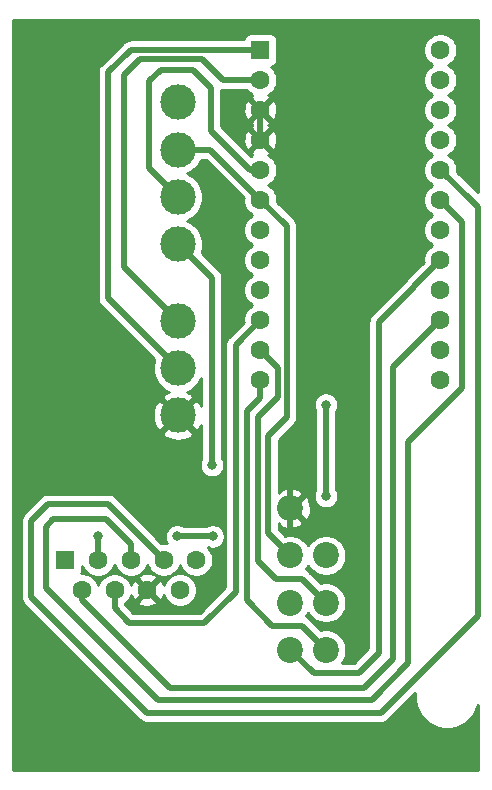
<source format=gbr>
%TF.GenerationSoftware,KiCad,Pcbnew,(5.1.10-1-10_14)*%
%TF.CreationDate,2021-12-03T14:09:27-05:00*%
%TF.ProjectId,Triple Controller V2,54726970-6c65-4204-936f-6e74726f6c6c,rev?*%
%TF.SameCoordinates,Original*%
%TF.FileFunction,Copper,L2,Bot*%
%TF.FilePolarity,Positive*%
%FSLAX46Y46*%
G04 Gerber Fmt 4.6, Leading zero omitted, Abs format (unit mm)*
G04 Created by KiCad (PCBNEW (5.1.10-1-10_14)) date 2021-12-03 14:09:27*
%MOMM*%
%LPD*%
G01*
G04 APERTURE LIST*
%TA.AperFunction,ComponentPad*%
%ADD10C,3.000000*%
%TD*%
%TA.AperFunction,ComponentPad*%
%ADD11C,1.600000*%
%TD*%
%TA.AperFunction,ComponentPad*%
%ADD12R,1.600000X1.600000*%
%TD*%
%TA.AperFunction,ComponentPad*%
%ADD13C,2.200000*%
%TD*%
%TA.AperFunction,ViaPad*%
%ADD14C,0.800000*%
%TD*%
%TA.AperFunction,Conductor*%
%ADD15C,0.500000*%
%TD*%
%TA.AperFunction,Conductor*%
%ADD16C,0.254000*%
%TD*%
%TA.AperFunction,Conductor*%
%ADD17C,0.100000*%
%TD*%
G04 APERTURE END LIST*
D10*
%TO.P,J2,7*%
%TO.N,Net-(J1-Pad1)*%
X142875000Y-60790000D03*
%TO.P,J2,6*%
%TO.N,Net-(J2-Pad6)*%
X142875000Y-56790000D03*
%TO.P,J2,5*%
%TO.N,Net-(J2-Pad5)*%
X142875000Y-52790000D03*
%TO.P,J2,4*%
%TO.N,Net-(J2-Pad4)*%
X142875000Y-46290000D03*
%TO.P,J2,3*%
%TO.N,Net-(J1-Pad3)*%
X142875000Y-42290000D03*
%TO.P,J2,2*%
%TO.N,Net-(J1-Pad2)*%
X142875000Y-38290000D03*
%TO.P,J2,1*%
%TO.N,Net-(J1-Pad7)*%
X142875000Y-34290000D03*
%TD*%
D11*
%TO.P,U1,24*%
%TO.N,Net-(U1-Pad24)*%
X165100000Y-29845000D03*
%TO.P,U1,23*%
%TO.N,Net-(U1-Pad23)*%
X165100000Y-32385000D03*
%TO.P,U1,22*%
%TO.N,Net-(U1-Pad22)*%
X165100000Y-34925000D03*
%TO.P,U1,21*%
%TO.N,Net-(J1-Pad7)*%
X165100000Y-37465000D03*
%TO.P,U1,20*%
%TO.N,Net-(J3-Pad4)*%
X165100000Y-40005000D03*
%TO.P,U1,19*%
%TO.N,Net-(J3-Pad3)*%
X165100000Y-42545000D03*
%TO.P,U1,18*%
%TO.N,Net-(J2-Pad4)*%
X165100000Y-45085000D03*
%TO.P,U1,17*%
%TO.N,Net-(J1-Pad4)*%
X165100000Y-47625000D03*
%TO.P,U1,16*%
%TO.N,Net-(J3-Pad9)*%
X165100000Y-50165000D03*
%TO.P,U1,15*%
%TO.N,Net-(J3-Pad6)*%
X165100000Y-52705000D03*
%TO.P,U1,14*%
%TO.N,Net-(J3-Pad2)*%
X165100000Y-55245000D03*
%TO.P,U1,13*%
%TO.N,Net-(U1-Pad13)*%
X165100000Y-57785000D03*
%TO.P,U1,12*%
%TO.N,Net-(J1-Pad5)*%
X149860000Y-57785000D03*
%TO.P,U1,11*%
%TO.N,Net-(J1-Pad6)*%
X149860000Y-55245000D03*
%TO.P,U1,10*%
%TO.N,Net-(J3-Pad7)*%
X149860000Y-52705000D03*
%TO.P,U1,9*%
%TO.N,Net-(J3-Pad5)*%
X149860000Y-50165000D03*
%TO.P,U1,8*%
%TO.N,Net-(J3-Pad1)*%
X149860000Y-47625000D03*
%TO.P,U1,7*%
%TO.N,Net-(U1-Pad7)*%
X149860000Y-45085000D03*
%TO.P,U1,6*%
%TO.N,Net-(J1-Pad2)*%
X149860000Y-42545000D03*
%TO.P,U1,5*%
%TO.N,Net-(J1-Pad3)*%
X149860000Y-40005000D03*
%TO.P,U1,4*%
%TO.N,Net-(J1-Pad1)*%
X149860000Y-37465000D03*
%TO.P,U1,3*%
X149860000Y-34925000D03*
%TO.P,U1,2*%
%TO.N,Net-(J2-Pad5)*%
X149860000Y-32385000D03*
D12*
%TO.P,U1,1*%
%TO.N,Net-(J2-Pad6)*%
X149860000Y-29845000D03*
%TD*%
D13*
%TO.P,J1,7*%
%TO.N,Net-(J1-Pad7)*%
X155400000Y-72645000D03*
%TO.P,J1,6*%
%TO.N,Net-(J1-Pad6)*%
X155400000Y-76645000D03*
%TO.P,J1,5*%
%TO.N,Net-(J1-Pad5)*%
X155400000Y-80645000D03*
%TO.P,J1,1*%
%TO.N,Net-(J1-Pad1)*%
X152400000Y-68645000D03*
%TO.P,J1,2*%
%TO.N,Net-(J1-Pad2)*%
X152400000Y-72645000D03*
%TO.P,J1,3*%
%TO.N,Net-(J1-Pad3)*%
X152400000Y-76645000D03*
%TO.P,J1,4*%
%TO.N,Net-(J1-Pad4)*%
X152400000Y-80645000D03*
%TD*%
D11*
%TO.P,J3,9*%
%TO.N,Net-(J3-Pad9)*%
X143045000Y-75565000D03*
%TO.P,J3,8*%
%TO.N,Net-(J1-Pad1)*%
X140275000Y-75565000D03*
%TO.P,J3,7*%
%TO.N,Net-(J3-Pad7)*%
X137505000Y-75565000D03*
%TO.P,J3,6*%
%TO.N,Net-(J3-Pad6)*%
X134735000Y-75565000D03*
%TO.P,J3,5*%
%TO.N,Net-(J3-Pad5)*%
X144430000Y-73025000D03*
%TO.P,J3,4*%
%TO.N,Net-(J3-Pad4)*%
X141660000Y-73025000D03*
%TO.P,J3,3*%
%TO.N,Net-(J3-Pad3)*%
X138890000Y-73025000D03*
%TO.P,J3,2*%
%TO.N,Net-(J3-Pad2)*%
X136120000Y-73025000D03*
D12*
%TO.P,J3,1*%
%TO.N,Net-(J3-Pad1)*%
X133350000Y-73025000D03*
%TD*%
D14*
%TO.N,Net-(J2-Pad4)*%
X145745200Y-64998600D03*
%TO.N,Net-(J3-Pad9)*%
X155397200Y-59867800D03*
X155397200Y-67614800D03*
%TO.N,Net-(J3-Pad2)*%
X136120000Y-71019800D03*
X142797400Y-71019800D03*
X145820000Y-71019800D03*
%TD*%
D15*
%TO.N,Net-(J2-Pad6)*%
X142875000Y-56790000D02*
X136956800Y-50871800D01*
X136956800Y-50871800D02*
X136956800Y-31750000D01*
X149845790Y-29830790D02*
X149860000Y-29845000D01*
X138876010Y-29830790D02*
X149845790Y-29830790D01*
X136956800Y-31750000D02*
X138876010Y-29830790D01*
%TO.N,Net-(J2-Pad5)*%
X138277600Y-48192600D02*
X142875000Y-52790000D01*
X139623800Y-30632400D02*
X138277600Y-31978600D01*
X146685000Y-32385000D02*
X144932400Y-30632400D01*
X138277600Y-31978600D02*
X138277600Y-48192600D01*
X144932400Y-30632400D02*
X139623800Y-30632400D01*
X149860000Y-32385000D02*
X146685000Y-32385000D01*
%TO.N,Net-(J2-Pad4)*%
X145745200Y-49160200D02*
X142875000Y-46290000D01*
X145745200Y-64998600D02*
X145745200Y-49160200D01*
%TO.N,Net-(J1-Pad3)*%
X140411200Y-39826200D02*
X142875000Y-42290000D01*
X140411200Y-32512000D02*
X140411200Y-39826200D01*
X141401800Y-31521400D02*
X140411200Y-32512000D01*
X145669000Y-33045400D02*
X144145000Y-31521400D01*
X145669000Y-36677600D02*
X145669000Y-33045400D01*
X148996400Y-40005000D02*
X145669000Y-36677600D01*
X144145000Y-31521400D02*
X141401800Y-31521400D01*
X149860000Y-40005000D02*
X148996400Y-40005000D01*
%TO.N,Net-(J1-Pad2)*%
X145605000Y-38290000D02*
X149860000Y-42545000D01*
X142875000Y-38290000D02*
X145605000Y-38290000D01*
X149860000Y-42545000D02*
X152069800Y-44754800D01*
X152069800Y-44754800D02*
X152069800Y-60960000D01*
X152069800Y-60960000D02*
X150520400Y-62509400D01*
X150520400Y-70765400D02*
X152400000Y-72645000D01*
X150520400Y-62509400D02*
X150520400Y-70765400D01*
%TO.N,Net-(J1-Pad6)*%
X149860000Y-55245000D02*
X151358600Y-56743600D01*
X151358600Y-56743600D02*
X151358600Y-59258200D01*
X151358600Y-59258200D02*
X149682200Y-60934600D01*
X149682200Y-60934600D02*
X149682200Y-73126600D01*
X149682200Y-73126600D02*
X151155400Y-74599800D01*
X153354800Y-74599800D02*
X155400000Y-76645000D01*
X151155400Y-74599800D02*
X153354800Y-74599800D01*
%TO.N,Net-(J1-Pad5)*%
X153368000Y-78613000D02*
X155400000Y-80645000D01*
X150876000Y-78613000D02*
X153368000Y-78613000D01*
X149860000Y-57785000D02*
X149860000Y-59283600D01*
X149860000Y-59283600D02*
X148717000Y-60426600D01*
X148717000Y-76454000D02*
X150876000Y-78613000D01*
X148717000Y-60426600D02*
X148717000Y-76454000D01*
%TO.N,Net-(J1-Pad4)*%
X158165800Y-82600800D02*
X154355800Y-82600800D01*
X159893000Y-80873600D02*
X158165800Y-82600800D01*
X162899999Y-49875801D02*
X159893000Y-52882800D01*
X162899999Y-49825001D02*
X162899999Y-49875801D01*
X159893000Y-52882800D02*
X159893000Y-80873600D01*
X154355800Y-82600800D02*
X152400000Y-80645000D01*
X165100000Y-47625000D02*
X162899999Y-49825001D01*
%TO.N,Net-(J1-Pad1)*%
X149860000Y-34925000D02*
X149860000Y-37465000D01*
X152400000Y-68645000D02*
X152400000Y-65582800D01*
X152400000Y-65582800D02*
X152400000Y-70485000D01*
%TO.N,Net-(J3-Pad9)*%
X155397200Y-59867800D02*
X155397200Y-67614800D01*
X155397200Y-67614800D02*
X155397200Y-67614800D01*
%TO.N,Net-(J3-Pad7)*%
X145110200Y-78359000D02*
X138734800Y-78359000D01*
X147751800Y-75717400D02*
X145110200Y-78359000D01*
X147751800Y-54813200D02*
X147751800Y-75717400D01*
X149860000Y-52705000D02*
X147751800Y-54813200D01*
X137505000Y-77129200D02*
X138734800Y-78359000D01*
X137505000Y-75565000D02*
X137505000Y-77129200D01*
%TO.N,Net-(J3-Pad6)*%
X134735000Y-76391200D02*
X134735000Y-75565000D01*
X142214600Y-83870800D02*
X134735000Y-76391200D01*
X161086800Y-56718200D02*
X161086800Y-81407000D01*
X158623000Y-83870800D02*
X142214600Y-83870800D01*
X161086800Y-81407000D02*
X158623000Y-83870800D01*
X165100000Y-52705000D02*
X161086800Y-56718200D01*
%TO.N,Net-(J3-Pad4)*%
X136935600Y-68300600D02*
X141660000Y-73025000D01*
X131851400Y-68300600D02*
X136935600Y-68300600D01*
X130454400Y-76174600D02*
X130454400Y-69697600D01*
X140233400Y-85953600D02*
X130454400Y-76174600D01*
X160045400Y-85953600D02*
X140233400Y-85953600D01*
X167900001Y-42805001D02*
X167900001Y-42830401D01*
X168249600Y-77749400D02*
X160045400Y-85953600D01*
X167900001Y-42830401D02*
X168249600Y-43180000D01*
X168249600Y-43180000D02*
X168249600Y-77749400D01*
X130454400Y-69697600D02*
X131851400Y-68300600D01*
X165100000Y-40005000D02*
X167900001Y-42805001D01*
%TO.N,Net-(J3-Pad3)*%
X138890000Y-71681600D02*
X138890000Y-73025000D01*
X131699000Y-70231000D02*
X132334000Y-69596000D01*
X131699000Y-75412600D02*
X131699000Y-70231000D01*
X132334000Y-69596000D02*
X136804400Y-69596000D01*
X141147800Y-84861400D02*
X131699000Y-75412600D01*
X166954200Y-58496200D02*
X162382200Y-63068200D01*
X162382200Y-63068200D02*
X162382200Y-81762600D01*
X166954200Y-44399200D02*
X166954200Y-58496200D01*
X136804400Y-69596000D02*
X138890000Y-71681600D01*
X159283400Y-84861400D02*
X141147800Y-84861400D01*
X162382200Y-81762600D02*
X159283400Y-84861400D01*
X165100000Y-42545000D02*
X166954200Y-44399200D01*
%TO.N,Net-(J3-Pad2)*%
X136120000Y-73025000D02*
X136120000Y-71019800D01*
X136120000Y-71019800D02*
X136120000Y-71019800D01*
X142797400Y-71019800D02*
X145820000Y-71019800D01*
X145820000Y-71019800D02*
X145820000Y-71019800D01*
%TD*%
D16*
%TO.N,Net-(J1-Pad1)*%
X168250000Y-41903421D02*
X166528017Y-40181439D01*
X166535000Y-40146335D01*
X166535000Y-39863665D01*
X166479853Y-39586426D01*
X166371680Y-39325273D01*
X166214637Y-39090241D01*
X166014759Y-38890363D01*
X165782241Y-38735000D01*
X166014759Y-38579637D01*
X166214637Y-38379759D01*
X166371680Y-38144727D01*
X166479853Y-37883574D01*
X166535000Y-37606335D01*
X166535000Y-37323665D01*
X166479853Y-37046426D01*
X166371680Y-36785273D01*
X166214637Y-36550241D01*
X166014759Y-36350363D01*
X165782241Y-36195000D01*
X166014759Y-36039637D01*
X166214637Y-35839759D01*
X166371680Y-35604727D01*
X166479853Y-35343574D01*
X166535000Y-35066335D01*
X166535000Y-34783665D01*
X166479853Y-34506426D01*
X166371680Y-34245273D01*
X166214637Y-34010241D01*
X166014759Y-33810363D01*
X165782241Y-33655000D01*
X166014759Y-33499637D01*
X166214637Y-33299759D01*
X166371680Y-33064727D01*
X166479853Y-32803574D01*
X166535000Y-32526335D01*
X166535000Y-32243665D01*
X166479853Y-31966426D01*
X166371680Y-31705273D01*
X166214637Y-31470241D01*
X166014759Y-31270363D01*
X165782241Y-31115000D01*
X166014759Y-30959637D01*
X166214637Y-30759759D01*
X166371680Y-30524727D01*
X166479853Y-30263574D01*
X166535000Y-29986335D01*
X166535000Y-29703665D01*
X166479853Y-29426426D01*
X166371680Y-29165273D01*
X166214637Y-28930241D01*
X166014759Y-28730363D01*
X165779727Y-28573320D01*
X165518574Y-28465147D01*
X165241335Y-28410000D01*
X164958665Y-28410000D01*
X164681426Y-28465147D01*
X164420273Y-28573320D01*
X164185241Y-28730363D01*
X163985363Y-28930241D01*
X163828320Y-29165273D01*
X163720147Y-29426426D01*
X163665000Y-29703665D01*
X163665000Y-29986335D01*
X163720147Y-30263574D01*
X163828320Y-30524727D01*
X163985363Y-30759759D01*
X164185241Y-30959637D01*
X164417759Y-31115000D01*
X164185241Y-31270363D01*
X163985363Y-31470241D01*
X163828320Y-31705273D01*
X163720147Y-31966426D01*
X163665000Y-32243665D01*
X163665000Y-32526335D01*
X163720147Y-32803574D01*
X163828320Y-33064727D01*
X163985363Y-33299759D01*
X164185241Y-33499637D01*
X164417759Y-33655000D01*
X164185241Y-33810363D01*
X163985363Y-34010241D01*
X163828320Y-34245273D01*
X163720147Y-34506426D01*
X163665000Y-34783665D01*
X163665000Y-35066335D01*
X163720147Y-35343574D01*
X163828320Y-35604727D01*
X163985363Y-35839759D01*
X164185241Y-36039637D01*
X164417759Y-36195000D01*
X164185241Y-36350363D01*
X163985363Y-36550241D01*
X163828320Y-36785273D01*
X163720147Y-37046426D01*
X163665000Y-37323665D01*
X163665000Y-37606335D01*
X163720147Y-37883574D01*
X163828320Y-38144727D01*
X163985363Y-38379759D01*
X164185241Y-38579637D01*
X164417759Y-38735000D01*
X164185241Y-38890363D01*
X163985363Y-39090241D01*
X163828320Y-39325273D01*
X163720147Y-39586426D01*
X163665000Y-39863665D01*
X163665000Y-40146335D01*
X163720147Y-40423574D01*
X163828320Y-40684727D01*
X163985363Y-40919759D01*
X164185241Y-41119637D01*
X164417759Y-41275000D01*
X164185241Y-41430363D01*
X163985363Y-41630241D01*
X163828320Y-41865273D01*
X163720147Y-42126426D01*
X163665000Y-42403665D01*
X163665000Y-42686335D01*
X163720147Y-42963574D01*
X163828320Y-43224727D01*
X163985363Y-43459759D01*
X164185241Y-43659637D01*
X164417759Y-43815000D01*
X164185241Y-43970363D01*
X163985363Y-44170241D01*
X163828320Y-44405273D01*
X163720147Y-44666426D01*
X163665000Y-44943665D01*
X163665000Y-45226335D01*
X163720147Y-45503574D01*
X163828320Y-45764727D01*
X163985363Y-45999759D01*
X164185241Y-46199637D01*
X164417759Y-46355000D01*
X164185241Y-46510363D01*
X163985363Y-46710241D01*
X163828320Y-46945273D01*
X163720147Y-47206426D01*
X163665000Y-47483665D01*
X163665000Y-47766335D01*
X163671983Y-47801439D01*
X162304955Y-49168467D01*
X162271182Y-49196184D01*
X162160588Y-49330943D01*
X162123052Y-49401169D01*
X159297956Y-52226266D01*
X159264183Y-52253983D01*
X159153589Y-52388742D01*
X159071411Y-52542488D01*
X159048957Y-52616509D01*
X159022113Y-52705000D01*
X159020805Y-52709311D01*
X159008000Y-52839324D01*
X159008000Y-52839331D01*
X159003719Y-52882800D01*
X159008000Y-52926269D01*
X159008001Y-80507020D01*
X157799222Y-81715800D01*
X156771182Y-81715800D01*
X156937537Y-81466831D01*
X157068325Y-81151081D01*
X157135000Y-80815883D01*
X157135000Y-80474117D01*
X157068325Y-80138919D01*
X156937537Y-79823169D01*
X156747663Y-79539002D01*
X156505998Y-79297337D01*
X156221831Y-79107463D01*
X155906081Y-78976675D01*
X155570883Y-78910000D01*
X155229117Y-78910000D01*
X154968432Y-78961853D01*
X154024534Y-78017956D01*
X153996817Y-77984183D01*
X153862059Y-77873589D01*
X153708313Y-77791411D01*
X153707497Y-77791164D01*
X153747663Y-77750998D01*
X153900000Y-77523009D01*
X154052337Y-77750998D01*
X154294002Y-77992663D01*
X154578169Y-78182537D01*
X154893919Y-78313325D01*
X155229117Y-78380000D01*
X155570883Y-78380000D01*
X155906081Y-78313325D01*
X156221831Y-78182537D01*
X156505998Y-77992663D01*
X156747663Y-77750998D01*
X156937537Y-77466831D01*
X157068325Y-77151081D01*
X157135000Y-76815883D01*
X157135000Y-76474117D01*
X157068325Y-76138919D01*
X156937537Y-75823169D01*
X156747663Y-75539002D01*
X156505998Y-75297337D01*
X156221831Y-75107463D01*
X155906081Y-74976675D01*
X155570883Y-74910000D01*
X155229117Y-74910000D01*
X154968432Y-74961853D01*
X154011334Y-74004756D01*
X153983617Y-73970983D01*
X153848859Y-73860389D01*
X153711625Y-73787036D01*
X153747663Y-73750998D01*
X153900000Y-73523009D01*
X154052337Y-73750998D01*
X154294002Y-73992663D01*
X154578169Y-74182537D01*
X154893919Y-74313325D01*
X155229117Y-74380000D01*
X155570883Y-74380000D01*
X155906081Y-74313325D01*
X156221831Y-74182537D01*
X156505998Y-73992663D01*
X156747663Y-73750998D01*
X156937537Y-73466831D01*
X157068325Y-73151081D01*
X157135000Y-72815883D01*
X157135000Y-72474117D01*
X157068325Y-72138919D01*
X156937537Y-71823169D01*
X156747663Y-71539002D01*
X156505998Y-71297337D01*
X156221831Y-71107463D01*
X155906081Y-70976675D01*
X155570883Y-70910000D01*
X155229117Y-70910000D01*
X154893919Y-70976675D01*
X154578169Y-71107463D01*
X154294002Y-71297337D01*
X154052337Y-71539002D01*
X153900000Y-71766991D01*
X153747663Y-71539002D01*
X153505998Y-71297337D01*
X153221831Y-71107463D01*
X152906081Y-70976675D01*
X152570883Y-70910000D01*
X152229117Y-70910000D01*
X151968432Y-70961853D01*
X151405400Y-70398822D01*
X151405400Y-69934500D01*
X151480726Y-70126338D01*
X151787384Y-70277216D01*
X152117585Y-70365369D01*
X152458639Y-70387409D01*
X152797439Y-70342489D01*
X153120966Y-70232336D01*
X153319274Y-70126338D01*
X153427107Y-69851712D01*
X152400000Y-68824605D01*
X152385858Y-68838748D01*
X152206253Y-68659143D01*
X152220395Y-68645000D01*
X152579605Y-68645000D01*
X153606712Y-69672107D01*
X153881338Y-69564274D01*
X154032216Y-69257616D01*
X154120369Y-68927415D01*
X154142409Y-68586361D01*
X154097489Y-68247561D01*
X153987336Y-67924034D01*
X153881338Y-67725726D01*
X153606712Y-67617893D01*
X152579605Y-68645000D01*
X152220395Y-68645000D01*
X152206253Y-68630858D01*
X152385858Y-68451253D01*
X152400000Y-68465395D01*
X153427107Y-67438288D01*
X153319274Y-67163662D01*
X153012616Y-67012784D01*
X152682415Y-66924631D01*
X152341361Y-66902591D01*
X152002561Y-66947511D01*
X151679034Y-67057664D01*
X151480726Y-67163662D01*
X151405400Y-67355500D01*
X151405400Y-62875978D01*
X152664849Y-61616530D01*
X152698617Y-61588817D01*
X152809211Y-61454059D01*
X152891389Y-61300313D01*
X152941995Y-61133490D01*
X152954800Y-61003477D01*
X152954800Y-61003467D01*
X152959081Y-60960001D01*
X152954800Y-60916535D01*
X152954800Y-59765861D01*
X154362200Y-59765861D01*
X154362200Y-59969739D01*
X154401974Y-60169698D01*
X154479995Y-60358056D01*
X154512200Y-60406254D01*
X154512201Y-67076344D01*
X154479995Y-67124544D01*
X154401974Y-67312902D01*
X154362200Y-67512861D01*
X154362200Y-67716739D01*
X154401974Y-67916698D01*
X154479995Y-68105056D01*
X154593263Y-68274574D01*
X154737426Y-68418737D01*
X154906944Y-68532005D01*
X155095302Y-68610026D01*
X155295261Y-68649800D01*
X155499139Y-68649800D01*
X155699098Y-68610026D01*
X155887456Y-68532005D01*
X156056974Y-68418737D01*
X156201137Y-68274574D01*
X156314405Y-68105056D01*
X156392426Y-67916698D01*
X156432200Y-67716739D01*
X156432200Y-67512861D01*
X156392426Y-67312902D01*
X156314405Y-67124544D01*
X156282200Y-67076346D01*
X156282200Y-60406254D01*
X156314405Y-60358056D01*
X156392426Y-60169698D01*
X156432200Y-59969739D01*
X156432200Y-59765861D01*
X156392426Y-59565902D01*
X156314405Y-59377544D01*
X156201137Y-59208026D01*
X156056974Y-59063863D01*
X155887456Y-58950595D01*
X155699098Y-58872574D01*
X155499139Y-58832800D01*
X155295261Y-58832800D01*
X155095302Y-58872574D01*
X154906944Y-58950595D01*
X154737426Y-59063863D01*
X154593263Y-59208026D01*
X154479995Y-59377544D01*
X154401974Y-59565902D01*
X154362200Y-59765861D01*
X152954800Y-59765861D01*
X152954800Y-44798265D01*
X152959081Y-44754799D01*
X152954800Y-44711333D01*
X152954800Y-44711323D01*
X152941995Y-44581310D01*
X152891389Y-44414487D01*
X152809211Y-44260741D01*
X152780462Y-44225710D01*
X152726332Y-44159753D01*
X152726330Y-44159751D01*
X152698617Y-44125983D01*
X152664850Y-44098271D01*
X151288017Y-42721439D01*
X151295000Y-42686335D01*
X151295000Y-42403665D01*
X151239853Y-42126426D01*
X151131680Y-41865273D01*
X150974637Y-41630241D01*
X150774759Y-41430363D01*
X150542241Y-41275000D01*
X150774759Y-41119637D01*
X150974637Y-40919759D01*
X151131680Y-40684727D01*
X151239853Y-40423574D01*
X151295000Y-40146335D01*
X151295000Y-39863665D01*
X151239853Y-39586426D01*
X151131680Y-39325273D01*
X150974637Y-39090241D01*
X150774759Y-38890363D01*
X150540872Y-38734085D01*
X150601514Y-38701671D01*
X150673097Y-38457702D01*
X149860000Y-37644605D01*
X149046903Y-38457702D01*
X149118486Y-38701671D01*
X149182992Y-38732194D01*
X149180273Y-38733320D01*
X149057999Y-38815020D01*
X147778491Y-37535512D01*
X148419783Y-37535512D01*
X148461213Y-37815130D01*
X148556397Y-38081292D01*
X148623329Y-38206514D01*
X148867298Y-38278097D01*
X149680395Y-37465000D01*
X150039605Y-37465000D01*
X150852702Y-38278097D01*
X151096671Y-38206514D01*
X151217571Y-37951004D01*
X151286300Y-37676816D01*
X151300217Y-37394488D01*
X151258787Y-37114870D01*
X151163603Y-36848708D01*
X151096671Y-36723486D01*
X150852702Y-36651903D01*
X150039605Y-37465000D01*
X149680395Y-37465000D01*
X148867298Y-36651903D01*
X148623329Y-36723486D01*
X148502429Y-36978996D01*
X148433700Y-37253184D01*
X148419783Y-37535512D01*
X147778491Y-37535512D01*
X146554000Y-36311022D01*
X146554000Y-35917702D01*
X149046903Y-35917702D01*
X149118486Y-36161671D01*
X149184636Y-36192971D01*
X149118486Y-36228329D01*
X149046903Y-36472298D01*
X149860000Y-37285395D01*
X150673097Y-36472298D01*
X150601514Y-36228329D01*
X150535364Y-36197029D01*
X150601514Y-36161671D01*
X150673097Y-35917702D01*
X149860000Y-35104605D01*
X149046903Y-35917702D01*
X146554000Y-35917702D01*
X146554000Y-34995512D01*
X148419783Y-34995512D01*
X148461213Y-35275130D01*
X148556397Y-35541292D01*
X148623329Y-35666514D01*
X148867298Y-35738097D01*
X149680395Y-34925000D01*
X150039605Y-34925000D01*
X150852702Y-35738097D01*
X151096671Y-35666514D01*
X151217571Y-35411004D01*
X151286300Y-35136816D01*
X151300217Y-34854488D01*
X151258787Y-34574870D01*
X151163603Y-34308708D01*
X151096671Y-34183486D01*
X150852702Y-34111903D01*
X150039605Y-34925000D01*
X149680395Y-34925000D01*
X148867298Y-34111903D01*
X148623329Y-34183486D01*
X148502429Y-34438996D01*
X148433700Y-34713184D01*
X148419783Y-34995512D01*
X146554000Y-34995512D01*
X146554000Y-33261380D01*
X146641523Y-33270000D01*
X146641531Y-33270000D01*
X146685000Y-33274281D01*
X146728469Y-33270000D01*
X148725479Y-33270000D01*
X148745363Y-33299759D01*
X148945241Y-33499637D01*
X149179128Y-33655915D01*
X149118486Y-33688329D01*
X149046903Y-33932298D01*
X149860000Y-34745395D01*
X150673097Y-33932298D01*
X150601514Y-33688329D01*
X150537008Y-33657806D01*
X150539727Y-33656680D01*
X150774759Y-33499637D01*
X150974637Y-33299759D01*
X151131680Y-33064727D01*
X151239853Y-32803574D01*
X151295000Y-32526335D01*
X151295000Y-32243665D01*
X151239853Y-31966426D01*
X151131680Y-31705273D01*
X150974637Y-31470241D01*
X150776039Y-31271643D01*
X150784482Y-31270812D01*
X150904180Y-31234502D01*
X151014494Y-31175537D01*
X151111185Y-31096185D01*
X151190537Y-30999494D01*
X151249502Y-30889180D01*
X151285812Y-30769482D01*
X151298072Y-30645000D01*
X151298072Y-29045000D01*
X151285812Y-28920518D01*
X151249502Y-28800820D01*
X151190537Y-28690506D01*
X151111185Y-28593815D01*
X151014494Y-28514463D01*
X150904180Y-28455498D01*
X150784482Y-28419188D01*
X150660000Y-28406928D01*
X149060000Y-28406928D01*
X148935518Y-28419188D01*
X148815820Y-28455498D01*
X148705506Y-28514463D01*
X148608815Y-28593815D01*
X148529463Y-28690506D01*
X148470498Y-28800820D01*
X148434188Y-28920518D01*
X148431699Y-28945790D01*
X138919479Y-28945790D01*
X138876010Y-28941509D01*
X138832541Y-28945790D01*
X138832533Y-28945790D01*
X138702520Y-28958595D01*
X138535697Y-29009201D01*
X138468721Y-29045000D01*
X138381951Y-29091379D01*
X138280963Y-29174258D01*
X138280961Y-29174260D01*
X138247193Y-29201973D01*
X138219480Y-29235741D01*
X136361751Y-31093471D01*
X136327984Y-31121183D01*
X136300271Y-31154951D01*
X136300268Y-31154954D01*
X136217390Y-31255941D01*
X136135212Y-31409687D01*
X136084605Y-31576510D01*
X136067519Y-31750000D01*
X136071801Y-31793479D01*
X136071800Y-50828331D01*
X136067519Y-50871800D01*
X136071800Y-50915269D01*
X136071800Y-50915276D01*
X136083012Y-51029114D01*
X136084605Y-51045290D01*
X136099957Y-51095896D01*
X136135211Y-51212112D01*
X136217389Y-51365858D01*
X136327983Y-51500617D01*
X136361756Y-51528334D01*
X140874363Y-56040942D01*
X140822047Y-56167244D01*
X140740000Y-56579721D01*
X140740000Y-57000279D01*
X140822047Y-57412756D01*
X140982988Y-57801302D01*
X141216637Y-58150983D01*
X141514017Y-58448363D01*
X141863698Y-58682012D01*
X142123113Y-58789465D01*
X142014617Y-58824757D01*
X141718962Y-58982786D01*
X141562952Y-59298347D01*
X142875000Y-60610395D01*
X144187048Y-59298347D01*
X144031038Y-58982786D01*
X143656255Y-58791980D01*
X143635161Y-58786038D01*
X143886302Y-58682012D01*
X144235983Y-58448363D01*
X144533363Y-58150983D01*
X144767012Y-57801302D01*
X144860200Y-57576325D01*
X144860200Y-59990971D01*
X144840243Y-59929617D01*
X144682214Y-59633962D01*
X144366653Y-59477952D01*
X143054605Y-60790000D01*
X144366653Y-62102048D01*
X144682214Y-61946038D01*
X144860200Y-61596436D01*
X144860200Y-64460146D01*
X144827995Y-64508344D01*
X144749974Y-64696702D01*
X144710200Y-64896661D01*
X144710200Y-65100539D01*
X144749974Y-65300498D01*
X144827995Y-65488856D01*
X144941263Y-65658374D01*
X145085426Y-65802537D01*
X145254944Y-65915805D01*
X145443302Y-65993826D01*
X145643261Y-66033600D01*
X145847139Y-66033600D01*
X146047098Y-65993826D01*
X146235456Y-65915805D01*
X146404974Y-65802537D01*
X146549137Y-65658374D01*
X146662405Y-65488856D01*
X146740426Y-65300498D01*
X146780200Y-65100539D01*
X146780200Y-64896661D01*
X146740426Y-64696702D01*
X146662405Y-64508344D01*
X146630200Y-64460146D01*
X146630200Y-49203669D01*
X146634481Y-49160200D01*
X146630200Y-49116731D01*
X146630200Y-49116723D01*
X146617395Y-48986710D01*
X146566789Y-48819887D01*
X146484611Y-48666141D01*
X146374017Y-48531383D01*
X146340249Y-48503670D01*
X144875637Y-47039058D01*
X144927953Y-46912756D01*
X145010000Y-46500279D01*
X145010000Y-46079721D01*
X144927953Y-45667244D01*
X144767012Y-45278698D01*
X144533363Y-44929017D01*
X144235983Y-44631637D01*
X143886302Y-44397988D01*
X143625596Y-44290000D01*
X143886302Y-44182012D01*
X144235983Y-43948363D01*
X144533363Y-43650983D01*
X144767012Y-43301302D01*
X144927953Y-42912756D01*
X145010000Y-42500279D01*
X145010000Y-42079721D01*
X144927953Y-41667244D01*
X144767012Y-41278698D01*
X144533363Y-40929017D01*
X144235983Y-40631637D01*
X143886302Y-40397988D01*
X143625596Y-40290000D01*
X143886302Y-40182012D01*
X144235983Y-39948363D01*
X144533363Y-39650983D01*
X144767012Y-39301302D01*
X144819328Y-39175000D01*
X145238422Y-39175000D01*
X148431983Y-42368561D01*
X148425000Y-42403665D01*
X148425000Y-42686335D01*
X148480147Y-42963574D01*
X148588320Y-43224727D01*
X148745363Y-43459759D01*
X148945241Y-43659637D01*
X149177759Y-43815000D01*
X148945241Y-43970363D01*
X148745363Y-44170241D01*
X148588320Y-44405273D01*
X148480147Y-44666426D01*
X148425000Y-44943665D01*
X148425000Y-45226335D01*
X148480147Y-45503574D01*
X148588320Y-45764727D01*
X148745363Y-45999759D01*
X148945241Y-46199637D01*
X149177759Y-46355000D01*
X148945241Y-46510363D01*
X148745363Y-46710241D01*
X148588320Y-46945273D01*
X148480147Y-47206426D01*
X148425000Y-47483665D01*
X148425000Y-47766335D01*
X148480147Y-48043574D01*
X148588320Y-48304727D01*
X148745363Y-48539759D01*
X148945241Y-48739637D01*
X149177759Y-48895000D01*
X148945241Y-49050363D01*
X148745363Y-49250241D01*
X148588320Y-49485273D01*
X148480147Y-49746426D01*
X148425000Y-50023665D01*
X148425000Y-50306335D01*
X148480147Y-50583574D01*
X148588320Y-50844727D01*
X148745363Y-51079759D01*
X148945241Y-51279637D01*
X149177759Y-51435000D01*
X148945241Y-51590363D01*
X148745363Y-51790241D01*
X148588320Y-52025273D01*
X148480147Y-52286426D01*
X148425000Y-52563665D01*
X148425000Y-52846335D01*
X148431983Y-52881439D01*
X147156756Y-54156666D01*
X147122983Y-54184383D01*
X147012389Y-54319142D01*
X146930211Y-54472888D01*
X146879605Y-54639711D01*
X146866800Y-54769724D01*
X146866800Y-54769731D01*
X146862519Y-54813200D01*
X146866800Y-54856669D01*
X146866801Y-75350820D01*
X144743622Y-77474000D01*
X139101379Y-77474000D01*
X138390000Y-76762622D01*
X138390000Y-76699521D01*
X138419759Y-76679637D01*
X138541694Y-76557702D01*
X139461903Y-76557702D01*
X139533486Y-76801671D01*
X139788996Y-76922571D01*
X140063184Y-76991300D01*
X140345512Y-77005217D01*
X140625130Y-76963787D01*
X140891292Y-76868603D01*
X141016514Y-76801671D01*
X141088097Y-76557702D01*
X140275000Y-75744605D01*
X139461903Y-76557702D01*
X138541694Y-76557702D01*
X138619637Y-76479759D01*
X138776680Y-76244727D01*
X138884853Y-75983574D01*
X138890513Y-75955118D01*
X138971397Y-76181292D01*
X139038329Y-76306514D01*
X139282298Y-76378097D01*
X140095395Y-75565000D01*
X140454605Y-75565000D01*
X141267702Y-76378097D01*
X141511671Y-76306514D01*
X141632571Y-76051004D01*
X141658212Y-75948711D01*
X141665147Y-75983574D01*
X141773320Y-76244727D01*
X141930363Y-76479759D01*
X142130241Y-76679637D01*
X142365273Y-76836680D01*
X142626426Y-76944853D01*
X142903665Y-77000000D01*
X143186335Y-77000000D01*
X143463574Y-76944853D01*
X143724727Y-76836680D01*
X143959759Y-76679637D01*
X144159637Y-76479759D01*
X144316680Y-76244727D01*
X144424853Y-75983574D01*
X144480000Y-75706335D01*
X144480000Y-75423665D01*
X144424853Y-75146426D01*
X144316680Y-74885273D01*
X144159637Y-74650241D01*
X143959759Y-74450363D01*
X143724727Y-74293320D01*
X143463574Y-74185147D01*
X143186335Y-74130000D01*
X142903665Y-74130000D01*
X142626426Y-74185147D01*
X142365273Y-74293320D01*
X142130241Y-74450363D01*
X141930363Y-74650241D01*
X141773320Y-74885273D01*
X141665147Y-75146426D01*
X141659487Y-75174882D01*
X141578603Y-74948708D01*
X141511671Y-74823486D01*
X141267702Y-74751903D01*
X140454605Y-75565000D01*
X140095395Y-75565000D01*
X139282298Y-74751903D01*
X139038329Y-74823486D01*
X138917429Y-75078996D01*
X138891788Y-75181289D01*
X138884853Y-75146426D01*
X138776680Y-74885273D01*
X138619637Y-74650241D01*
X138541694Y-74572298D01*
X139461903Y-74572298D01*
X140275000Y-75385395D01*
X141088097Y-74572298D01*
X141016514Y-74328329D01*
X140761004Y-74207429D01*
X140486816Y-74138700D01*
X140204488Y-74124783D01*
X139924870Y-74166213D01*
X139658708Y-74261397D01*
X139533486Y-74328329D01*
X139461903Y-74572298D01*
X138541694Y-74572298D01*
X138419759Y-74450363D01*
X138184727Y-74293320D01*
X137923574Y-74185147D01*
X137646335Y-74130000D01*
X137363665Y-74130000D01*
X137086426Y-74185147D01*
X136825273Y-74293320D01*
X136590241Y-74450363D01*
X136390363Y-74650241D01*
X136233320Y-74885273D01*
X136125147Y-75146426D01*
X136120000Y-75172301D01*
X136114853Y-75146426D01*
X136006680Y-74885273D01*
X135849637Y-74650241D01*
X135649759Y-74450363D01*
X135414727Y-74293320D01*
X135153574Y-74185147D01*
X134876335Y-74130000D01*
X134706993Y-74130000D01*
X134739502Y-74069180D01*
X134775812Y-73949482D01*
X134788072Y-73825000D01*
X134788072Y-73559275D01*
X134848320Y-73704727D01*
X135005363Y-73939759D01*
X135205241Y-74139637D01*
X135440273Y-74296680D01*
X135701426Y-74404853D01*
X135978665Y-74460000D01*
X136261335Y-74460000D01*
X136538574Y-74404853D01*
X136799727Y-74296680D01*
X137034759Y-74139637D01*
X137234637Y-73939759D01*
X137391680Y-73704727D01*
X137499853Y-73443574D01*
X137505000Y-73417699D01*
X137510147Y-73443574D01*
X137618320Y-73704727D01*
X137775363Y-73939759D01*
X137975241Y-74139637D01*
X138210273Y-74296680D01*
X138471426Y-74404853D01*
X138748665Y-74460000D01*
X139031335Y-74460000D01*
X139308574Y-74404853D01*
X139569727Y-74296680D01*
X139804759Y-74139637D01*
X140004637Y-73939759D01*
X140161680Y-73704727D01*
X140269853Y-73443574D01*
X140275000Y-73417699D01*
X140280147Y-73443574D01*
X140388320Y-73704727D01*
X140545363Y-73939759D01*
X140745241Y-74139637D01*
X140980273Y-74296680D01*
X141241426Y-74404853D01*
X141518665Y-74460000D01*
X141801335Y-74460000D01*
X142078574Y-74404853D01*
X142339727Y-74296680D01*
X142574759Y-74139637D01*
X142774637Y-73939759D01*
X142931680Y-73704727D01*
X143039853Y-73443574D01*
X143045000Y-73417699D01*
X143050147Y-73443574D01*
X143158320Y-73704727D01*
X143315363Y-73939759D01*
X143515241Y-74139637D01*
X143750273Y-74296680D01*
X144011426Y-74404853D01*
X144288665Y-74460000D01*
X144571335Y-74460000D01*
X144848574Y-74404853D01*
X145109727Y-74296680D01*
X145344759Y-74139637D01*
X145544637Y-73939759D01*
X145701680Y-73704727D01*
X145809853Y-73443574D01*
X145865000Y-73166335D01*
X145865000Y-72883665D01*
X145809853Y-72606426D01*
X145701680Y-72345273D01*
X145544637Y-72110241D01*
X145400857Y-71966461D01*
X145518102Y-72015026D01*
X145718061Y-72054800D01*
X145921939Y-72054800D01*
X146121898Y-72015026D01*
X146310256Y-71937005D01*
X146479774Y-71823737D01*
X146623937Y-71679574D01*
X146737205Y-71510056D01*
X146815226Y-71321698D01*
X146855000Y-71121739D01*
X146855000Y-70917861D01*
X146815226Y-70717902D01*
X146737205Y-70529544D01*
X146623937Y-70360026D01*
X146479774Y-70215863D01*
X146310256Y-70102595D01*
X146121898Y-70024574D01*
X145921939Y-69984800D01*
X145718061Y-69984800D01*
X145518102Y-70024574D01*
X145329744Y-70102595D01*
X145281546Y-70134800D01*
X143335854Y-70134800D01*
X143287656Y-70102595D01*
X143099298Y-70024574D01*
X142899339Y-69984800D01*
X142695461Y-69984800D01*
X142495502Y-70024574D01*
X142307144Y-70102595D01*
X142137626Y-70215863D01*
X141993463Y-70360026D01*
X141880195Y-70529544D01*
X141802174Y-70717902D01*
X141762400Y-70917861D01*
X141762400Y-71121739D01*
X141802174Y-71321698D01*
X141880195Y-71510056D01*
X141953888Y-71620345D01*
X141801335Y-71590000D01*
X141518665Y-71590000D01*
X141483561Y-71596983D01*
X137592134Y-67705556D01*
X137564417Y-67671783D01*
X137429659Y-67561189D01*
X137275913Y-67479011D01*
X137109090Y-67428405D01*
X136979077Y-67415600D01*
X136979069Y-67415600D01*
X136935600Y-67411319D01*
X136892131Y-67415600D01*
X131894865Y-67415600D01*
X131851399Y-67411319D01*
X131807933Y-67415600D01*
X131807923Y-67415600D01*
X131677910Y-67428405D01*
X131511087Y-67479011D01*
X131357341Y-67561189D01*
X131357339Y-67561190D01*
X131357340Y-67561190D01*
X131256353Y-67644068D01*
X131256351Y-67644070D01*
X131222583Y-67671783D01*
X131194870Y-67705551D01*
X129859351Y-69041071D01*
X129825584Y-69068783D01*
X129797871Y-69102551D01*
X129797868Y-69102554D01*
X129714990Y-69203541D01*
X129632812Y-69357287D01*
X129582205Y-69524110D01*
X129565119Y-69697600D01*
X129569401Y-69741079D01*
X129569400Y-76131131D01*
X129565119Y-76174600D01*
X129569400Y-76218069D01*
X129569400Y-76218076D01*
X129582205Y-76348089D01*
X129632811Y-76514912D01*
X129714989Y-76668658D01*
X129825583Y-76803417D01*
X129859356Y-76831134D01*
X139576870Y-86548649D01*
X139604583Y-86582417D01*
X139638351Y-86610130D01*
X139638353Y-86610132D01*
X139709852Y-86668810D01*
X139739341Y-86693011D01*
X139893087Y-86775189D01*
X140059910Y-86825795D01*
X140189923Y-86838600D01*
X140189933Y-86838600D01*
X140233399Y-86842881D01*
X140276865Y-86838600D01*
X160001931Y-86838600D01*
X160045400Y-86842881D01*
X160088869Y-86838600D01*
X160088877Y-86838600D01*
X160218890Y-86825795D01*
X160385713Y-86775189D01*
X160539459Y-86693011D01*
X160674217Y-86582417D01*
X160701934Y-86548644D01*
X162988582Y-84261996D01*
X162965000Y-84380551D01*
X162965000Y-84909449D01*
X163068183Y-85428186D01*
X163270583Y-85916825D01*
X163564424Y-86356588D01*
X163938412Y-86730576D01*
X164378175Y-87024417D01*
X164866814Y-87226817D01*
X165385551Y-87330000D01*
X165914449Y-87330000D01*
X166433186Y-87226817D01*
X166921825Y-87024417D01*
X167361588Y-86730576D01*
X167735576Y-86356588D01*
X168029417Y-85916825D01*
X168231817Y-85428186D01*
X168250001Y-85336769D01*
X168250001Y-90780000D01*
X128930000Y-90780000D01*
X128930000Y-62281653D01*
X141562952Y-62281653D01*
X141718962Y-62597214D01*
X142093745Y-62788020D01*
X142498551Y-62902044D01*
X142917824Y-62934902D01*
X143335451Y-62885334D01*
X143735383Y-62755243D01*
X144031038Y-62597214D01*
X144187048Y-62281653D01*
X142875000Y-60969605D01*
X141562952Y-62281653D01*
X128930000Y-62281653D01*
X128930000Y-60832824D01*
X140730098Y-60832824D01*
X140779666Y-61250451D01*
X140909757Y-61650383D01*
X141067786Y-61946038D01*
X141383347Y-62102048D01*
X142695395Y-60790000D01*
X141383347Y-59477952D01*
X141067786Y-59633962D01*
X140876980Y-60008745D01*
X140762956Y-60413551D01*
X140730098Y-60832824D01*
X128930000Y-60832824D01*
X128930000Y-27330000D01*
X168250000Y-27330000D01*
X168250000Y-41903421D01*
%TA.AperFunction,Conductor*%
D17*
G36*
X168250000Y-41903421D02*
G01*
X166528017Y-40181439D01*
X166535000Y-40146335D01*
X166535000Y-39863665D01*
X166479853Y-39586426D01*
X166371680Y-39325273D01*
X166214637Y-39090241D01*
X166014759Y-38890363D01*
X165782241Y-38735000D01*
X166014759Y-38579637D01*
X166214637Y-38379759D01*
X166371680Y-38144727D01*
X166479853Y-37883574D01*
X166535000Y-37606335D01*
X166535000Y-37323665D01*
X166479853Y-37046426D01*
X166371680Y-36785273D01*
X166214637Y-36550241D01*
X166014759Y-36350363D01*
X165782241Y-36195000D01*
X166014759Y-36039637D01*
X166214637Y-35839759D01*
X166371680Y-35604727D01*
X166479853Y-35343574D01*
X166535000Y-35066335D01*
X166535000Y-34783665D01*
X166479853Y-34506426D01*
X166371680Y-34245273D01*
X166214637Y-34010241D01*
X166014759Y-33810363D01*
X165782241Y-33655000D01*
X166014759Y-33499637D01*
X166214637Y-33299759D01*
X166371680Y-33064727D01*
X166479853Y-32803574D01*
X166535000Y-32526335D01*
X166535000Y-32243665D01*
X166479853Y-31966426D01*
X166371680Y-31705273D01*
X166214637Y-31470241D01*
X166014759Y-31270363D01*
X165782241Y-31115000D01*
X166014759Y-30959637D01*
X166214637Y-30759759D01*
X166371680Y-30524727D01*
X166479853Y-30263574D01*
X166535000Y-29986335D01*
X166535000Y-29703665D01*
X166479853Y-29426426D01*
X166371680Y-29165273D01*
X166214637Y-28930241D01*
X166014759Y-28730363D01*
X165779727Y-28573320D01*
X165518574Y-28465147D01*
X165241335Y-28410000D01*
X164958665Y-28410000D01*
X164681426Y-28465147D01*
X164420273Y-28573320D01*
X164185241Y-28730363D01*
X163985363Y-28930241D01*
X163828320Y-29165273D01*
X163720147Y-29426426D01*
X163665000Y-29703665D01*
X163665000Y-29986335D01*
X163720147Y-30263574D01*
X163828320Y-30524727D01*
X163985363Y-30759759D01*
X164185241Y-30959637D01*
X164417759Y-31115000D01*
X164185241Y-31270363D01*
X163985363Y-31470241D01*
X163828320Y-31705273D01*
X163720147Y-31966426D01*
X163665000Y-32243665D01*
X163665000Y-32526335D01*
X163720147Y-32803574D01*
X163828320Y-33064727D01*
X163985363Y-33299759D01*
X164185241Y-33499637D01*
X164417759Y-33655000D01*
X164185241Y-33810363D01*
X163985363Y-34010241D01*
X163828320Y-34245273D01*
X163720147Y-34506426D01*
X163665000Y-34783665D01*
X163665000Y-35066335D01*
X163720147Y-35343574D01*
X163828320Y-35604727D01*
X163985363Y-35839759D01*
X164185241Y-36039637D01*
X164417759Y-36195000D01*
X164185241Y-36350363D01*
X163985363Y-36550241D01*
X163828320Y-36785273D01*
X163720147Y-37046426D01*
X163665000Y-37323665D01*
X163665000Y-37606335D01*
X163720147Y-37883574D01*
X163828320Y-38144727D01*
X163985363Y-38379759D01*
X164185241Y-38579637D01*
X164417759Y-38735000D01*
X164185241Y-38890363D01*
X163985363Y-39090241D01*
X163828320Y-39325273D01*
X163720147Y-39586426D01*
X163665000Y-39863665D01*
X163665000Y-40146335D01*
X163720147Y-40423574D01*
X163828320Y-40684727D01*
X163985363Y-40919759D01*
X164185241Y-41119637D01*
X164417759Y-41275000D01*
X164185241Y-41430363D01*
X163985363Y-41630241D01*
X163828320Y-41865273D01*
X163720147Y-42126426D01*
X163665000Y-42403665D01*
X163665000Y-42686335D01*
X163720147Y-42963574D01*
X163828320Y-43224727D01*
X163985363Y-43459759D01*
X164185241Y-43659637D01*
X164417759Y-43815000D01*
X164185241Y-43970363D01*
X163985363Y-44170241D01*
X163828320Y-44405273D01*
X163720147Y-44666426D01*
X163665000Y-44943665D01*
X163665000Y-45226335D01*
X163720147Y-45503574D01*
X163828320Y-45764727D01*
X163985363Y-45999759D01*
X164185241Y-46199637D01*
X164417759Y-46355000D01*
X164185241Y-46510363D01*
X163985363Y-46710241D01*
X163828320Y-46945273D01*
X163720147Y-47206426D01*
X163665000Y-47483665D01*
X163665000Y-47766335D01*
X163671983Y-47801439D01*
X162304955Y-49168467D01*
X162271182Y-49196184D01*
X162160588Y-49330943D01*
X162123052Y-49401169D01*
X159297956Y-52226266D01*
X159264183Y-52253983D01*
X159153589Y-52388742D01*
X159071411Y-52542488D01*
X159048957Y-52616509D01*
X159022113Y-52705000D01*
X159020805Y-52709311D01*
X159008000Y-52839324D01*
X159008000Y-52839331D01*
X159003719Y-52882800D01*
X159008000Y-52926269D01*
X159008001Y-80507020D01*
X157799222Y-81715800D01*
X156771182Y-81715800D01*
X156937537Y-81466831D01*
X157068325Y-81151081D01*
X157135000Y-80815883D01*
X157135000Y-80474117D01*
X157068325Y-80138919D01*
X156937537Y-79823169D01*
X156747663Y-79539002D01*
X156505998Y-79297337D01*
X156221831Y-79107463D01*
X155906081Y-78976675D01*
X155570883Y-78910000D01*
X155229117Y-78910000D01*
X154968432Y-78961853D01*
X154024534Y-78017956D01*
X153996817Y-77984183D01*
X153862059Y-77873589D01*
X153708313Y-77791411D01*
X153707497Y-77791164D01*
X153747663Y-77750998D01*
X153900000Y-77523009D01*
X154052337Y-77750998D01*
X154294002Y-77992663D01*
X154578169Y-78182537D01*
X154893919Y-78313325D01*
X155229117Y-78380000D01*
X155570883Y-78380000D01*
X155906081Y-78313325D01*
X156221831Y-78182537D01*
X156505998Y-77992663D01*
X156747663Y-77750998D01*
X156937537Y-77466831D01*
X157068325Y-77151081D01*
X157135000Y-76815883D01*
X157135000Y-76474117D01*
X157068325Y-76138919D01*
X156937537Y-75823169D01*
X156747663Y-75539002D01*
X156505998Y-75297337D01*
X156221831Y-75107463D01*
X155906081Y-74976675D01*
X155570883Y-74910000D01*
X155229117Y-74910000D01*
X154968432Y-74961853D01*
X154011334Y-74004756D01*
X153983617Y-73970983D01*
X153848859Y-73860389D01*
X153711625Y-73787036D01*
X153747663Y-73750998D01*
X153900000Y-73523009D01*
X154052337Y-73750998D01*
X154294002Y-73992663D01*
X154578169Y-74182537D01*
X154893919Y-74313325D01*
X155229117Y-74380000D01*
X155570883Y-74380000D01*
X155906081Y-74313325D01*
X156221831Y-74182537D01*
X156505998Y-73992663D01*
X156747663Y-73750998D01*
X156937537Y-73466831D01*
X157068325Y-73151081D01*
X157135000Y-72815883D01*
X157135000Y-72474117D01*
X157068325Y-72138919D01*
X156937537Y-71823169D01*
X156747663Y-71539002D01*
X156505998Y-71297337D01*
X156221831Y-71107463D01*
X155906081Y-70976675D01*
X155570883Y-70910000D01*
X155229117Y-70910000D01*
X154893919Y-70976675D01*
X154578169Y-71107463D01*
X154294002Y-71297337D01*
X154052337Y-71539002D01*
X153900000Y-71766991D01*
X153747663Y-71539002D01*
X153505998Y-71297337D01*
X153221831Y-71107463D01*
X152906081Y-70976675D01*
X152570883Y-70910000D01*
X152229117Y-70910000D01*
X151968432Y-70961853D01*
X151405400Y-70398822D01*
X151405400Y-69934500D01*
X151480726Y-70126338D01*
X151787384Y-70277216D01*
X152117585Y-70365369D01*
X152458639Y-70387409D01*
X152797439Y-70342489D01*
X153120966Y-70232336D01*
X153319274Y-70126338D01*
X153427107Y-69851712D01*
X152400000Y-68824605D01*
X152385858Y-68838748D01*
X152206253Y-68659143D01*
X152220395Y-68645000D01*
X152579605Y-68645000D01*
X153606712Y-69672107D01*
X153881338Y-69564274D01*
X154032216Y-69257616D01*
X154120369Y-68927415D01*
X154142409Y-68586361D01*
X154097489Y-68247561D01*
X153987336Y-67924034D01*
X153881338Y-67725726D01*
X153606712Y-67617893D01*
X152579605Y-68645000D01*
X152220395Y-68645000D01*
X152206253Y-68630858D01*
X152385858Y-68451253D01*
X152400000Y-68465395D01*
X153427107Y-67438288D01*
X153319274Y-67163662D01*
X153012616Y-67012784D01*
X152682415Y-66924631D01*
X152341361Y-66902591D01*
X152002561Y-66947511D01*
X151679034Y-67057664D01*
X151480726Y-67163662D01*
X151405400Y-67355500D01*
X151405400Y-62875978D01*
X152664849Y-61616530D01*
X152698617Y-61588817D01*
X152809211Y-61454059D01*
X152891389Y-61300313D01*
X152941995Y-61133490D01*
X152954800Y-61003477D01*
X152954800Y-61003467D01*
X152959081Y-60960001D01*
X152954800Y-60916535D01*
X152954800Y-59765861D01*
X154362200Y-59765861D01*
X154362200Y-59969739D01*
X154401974Y-60169698D01*
X154479995Y-60358056D01*
X154512200Y-60406254D01*
X154512201Y-67076344D01*
X154479995Y-67124544D01*
X154401974Y-67312902D01*
X154362200Y-67512861D01*
X154362200Y-67716739D01*
X154401974Y-67916698D01*
X154479995Y-68105056D01*
X154593263Y-68274574D01*
X154737426Y-68418737D01*
X154906944Y-68532005D01*
X155095302Y-68610026D01*
X155295261Y-68649800D01*
X155499139Y-68649800D01*
X155699098Y-68610026D01*
X155887456Y-68532005D01*
X156056974Y-68418737D01*
X156201137Y-68274574D01*
X156314405Y-68105056D01*
X156392426Y-67916698D01*
X156432200Y-67716739D01*
X156432200Y-67512861D01*
X156392426Y-67312902D01*
X156314405Y-67124544D01*
X156282200Y-67076346D01*
X156282200Y-60406254D01*
X156314405Y-60358056D01*
X156392426Y-60169698D01*
X156432200Y-59969739D01*
X156432200Y-59765861D01*
X156392426Y-59565902D01*
X156314405Y-59377544D01*
X156201137Y-59208026D01*
X156056974Y-59063863D01*
X155887456Y-58950595D01*
X155699098Y-58872574D01*
X155499139Y-58832800D01*
X155295261Y-58832800D01*
X155095302Y-58872574D01*
X154906944Y-58950595D01*
X154737426Y-59063863D01*
X154593263Y-59208026D01*
X154479995Y-59377544D01*
X154401974Y-59565902D01*
X154362200Y-59765861D01*
X152954800Y-59765861D01*
X152954800Y-44798265D01*
X152959081Y-44754799D01*
X152954800Y-44711333D01*
X152954800Y-44711323D01*
X152941995Y-44581310D01*
X152891389Y-44414487D01*
X152809211Y-44260741D01*
X152780462Y-44225710D01*
X152726332Y-44159753D01*
X152726330Y-44159751D01*
X152698617Y-44125983D01*
X152664850Y-44098271D01*
X151288017Y-42721439D01*
X151295000Y-42686335D01*
X151295000Y-42403665D01*
X151239853Y-42126426D01*
X151131680Y-41865273D01*
X150974637Y-41630241D01*
X150774759Y-41430363D01*
X150542241Y-41275000D01*
X150774759Y-41119637D01*
X150974637Y-40919759D01*
X151131680Y-40684727D01*
X151239853Y-40423574D01*
X151295000Y-40146335D01*
X151295000Y-39863665D01*
X151239853Y-39586426D01*
X151131680Y-39325273D01*
X150974637Y-39090241D01*
X150774759Y-38890363D01*
X150540872Y-38734085D01*
X150601514Y-38701671D01*
X150673097Y-38457702D01*
X149860000Y-37644605D01*
X149046903Y-38457702D01*
X149118486Y-38701671D01*
X149182992Y-38732194D01*
X149180273Y-38733320D01*
X149057999Y-38815020D01*
X147778491Y-37535512D01*
X148419783Y-37535512D01*
X148461213Y-37815130D01*
X148556397Y-38081292D01*
X148623329Y-38206514D01*
X148867298Y-38278097D01*
X149680395Y-37465000D01*
X150039605Y-37465000D01*
X150852702Y-38278097D01*
X151096671Y-38206514D01*
X151217571Y-37951004D01*
X151286300Y-37676816D01*
X151300217Y-37394488D01*
X151258787Y-37114870D01*
X151163603Y-36848708D01*
X151096671Y-36723486D01*
X150852702Y-36651903D01*
X150039605Y-37465000D01*
X149680395Y-37465000D01*
X148867298Y-36651903D01*
X148623329Y-36723486D01*
X148502429Y-36978996D01*
X148433700Y-37253184D01*
X148419783Y-37535512D01*
X147778491Y-37535512D01*
X146554000Y-36311022D01*
X146554000Y-35917702D01*
X149046903Y-35917702D01*
X149118486Y-36161671D01*
X149184636Y-36192971D01*
X149118486Y-36228329D01*
X149046903Y-36472298D01*
X149860000Y-37285395D01*
X150673097Y-36472298D01*
X150601514Y-36228329D01*
X150535364Y-36197029D01*
X150601514Y-36161671D01*
X150673097Y-35917702D01*
X149860000Y-35104605D01*
X149046903Y-35917702D01*
X146554000Y-35917702D01*
X146554000Y-34995512D01*
X148419783Y-34995512D01*
X148461213Y-35275130D01*
X148556397Y-35541292D01*
X148623329Y-35666514D01*
X148867298Y-35738097D01*
X149680395Y-34925000D01*
X150039605Y-34925000D01*
X150852702Y-35738097D01*
X151096671Y-35666514D01*
X151217571Y-35411004D01*
X151286300Y-35136816D01*
X151300217Y-34854488D01*
X151258787Y-34574870D01*
X151163603Y-34308708D01*
X151096671Y-34183486D01*
X150852702Y-34111903D01*
X150039605Y-34925000D01*
X149680395Y-34925000D01*
X148867298Y-34111903D01*
X148623329Y-34183486D01*
X148502429Y-34438996D01*
X148433700Y-34713184D01*
X148419783Y-34995512D01*
X146554000Y-34995512D01*
X146554000Y-33261380D01*
X146641523Y-33270000D01*
X146641531Y-33270000D01*
X146685000Y-33274281D01*
X146728469Y-33270000D01*
X148725479Y-33270000D01*
X148745363Y-33299759D01*
X148945241Y-33499637D01*
X149179128Y-33655915D01*
X149118486Y-33688329D01*
X149046903Y-33932298D01*
X149860000Y-34745395D01*
X150673097Y-33932298D01*
X150601514Y-33688329D01*
X150537008Y-33657806D01*
X150539727Y-33656680D01*
X150774759Y-33499637D01*
X150974637Y-33299759D01*
X151131680Y-33064727D01*
X151239853Y-32803574D01*
X151295000Y-32526335D01*
X151295000Y-32243665D01*
X151239853Y-31966426D01*
X151131680Y-31705273D01*
X150974637Y-31470241D01*
X150776039Y-31271643D01*
X150784482Y-31270812D01*
X150904180Y-31234502D01*
X151014494Y-31175537D01*
X151111185Y-31096185D01*
X151190537Y-30999494D01*
X151249502Y-30889180D01*
X151285812Y-30769482D01*
X151298072Y-30645000D01*
X151298072Y-29045000D01*
X151285812Y-28920518D01*
X151249502Y-28800820D01*
X151190537Y-28690506D01*
X151111185Y-28593815D01*
X151014494Y-28514463D01*
X150904180Y-28455498D01*
X150784482Y-28419188D01*
X150660000Y-28406928D01*
X149060000Y-28406928D01*
X148935518Y-28419188D01*
X148815820Y-28455498D01*
X148705506Y-28514463D01*
X148608815Y-28593815D01*
X148529463Y-28690506D01*
X148470498Y-28800820D01*
X148434188Y-28920518D01*
X148431699Y-28945790D01*
X138919479Y-28945790D01*
X138876010Y-28941509D01*
X138832541Y-28945790D01*
X138832533Y-28945790D01*
X138702520Y-28958595D01*
X138535697Y-29009201D01*
X138468721Y-29045000D01*
X138381951Y-29091379D01*
X138280963Y-29174258D01*
X138280961Y-29174260D01*
X138247193Y-29201973D01*
X138219480Y-29235741D01*
X136361751Y-31093471D01*
X136327984Y-31121183D01*
X136300271Y-31154951D01*
X136300268Y-31154954D01*
X136217390Y-31255941D01*
X136135212Y-31409687D01*
X136084605Y-31576510D01*
X136067519Y-31750000D01*
X136071801Y-31793479D01*
X136071800Y-50828331D01*
X136067519Y-50871800D01*
X136071800Y-50915269D01*
X136071800Y-50915276D01*
X136083012Y-51029114D01*
X136084605Y-51045290D01*
X136099957Y-51095896D01*
X136135211Y-51212112D01*
X136217389Y-51365858D01*
X136327983Y-51500617D01*
X136361756Y-51528334D01*
X140874363Y-56040942D01*
X140822047Y-56167244D01*
X140740000Y-56579721D01*
X140740000Y-57000279D01*
X140822047Y-57412756D01*
X140982988Y-57801302D01*
X141216637Y-58150983D01*
X141514017Y-58448363D01*
X141863698Y-58682012D01*
X142123113Y-58789465D01*
X142014617Y-58824757D01*
X141718962Y-58982786D01*
X141562952Y-59298347D01*
X142875000Y-60610395D01*
X144187048Y-59298347D01*
X144031038Y-58982786D01*
X143656255Y-58791980D01*
X143635161Y-58786038D01*
X143886302Y-58682012D01*
X144235983Y-58448363D01*
X144533363Y-58150983D01*
X144767012Y-57801302D01*
X144860200Y-57576325D01*
X144860200Y-59990971D01*
X144840243Y-59929617D01*
X144682214Y-59633962D01*
X144366653Y-59477952D01*
X143054605Y-60790000D01*
X144366653Y-62102048D01*
X144682214Y-61946038D01*
X144860200Y-61596436D01*
X144860200Y-64460146D01*
X144827995Y-64508344D01*
X144749974Y-64696702D01*
X144710200Y-64896661D01*
X144710200Y-65100539D01*
X144749974Y-65300498D01*
X144827995Y-65488856D01*
X144941263Y-65658374D01*
X145085426Y-65802537D01*
X145254944Y-65915805D01*
X145443302Y-65993826D01*
X145643261Y-66033600D01*
X145847139Y-66033600D01*
X146047098Y-65993826D01*
X146235456Y-65915805D01*
X146404974Y-65802537D01*
X146549137Y-65658374D01*
X146662405Y-65488856D01*
X146740426Y-65300498D01*
X146780200Y-65100539D01*
X146780200Y-64896661D01*
X146740426Y-64696702D01*
X146662405Y-64508344D01*
X146630200Y-64460146D01*
X146630200Y-49203669D01*
X146634481Y-49160200D01*
X146630200Y-49116731D01*
X146630200Y-49116723D01*
X146617395Y-48986710D01*
X146566789Y-48819887D01*
X146484611Y-48666141D01*
X146374017Y-48531383D01*
X146340249Y-48503670D01*
X144875637Y-47039058D01*
X144927953Y-46912756D01*
X145010000Y-46500279D01*
X145010000Y-46079721D01*
X144927953Y-45667244D01*
X144767012Y-45278698D01*
X144533363Y-44929017D01*
X144235983Y-44631637D01*
X143886302Y-44397988D01*
X143625596Y-44290000D01*
X143886302Y-44182012D01*
X144235983Y-43948363D01*
X144533363Y-43650983D01*
X144767012Y-43301302D01*
X144927953Y-42912756D01*
X145010000Y-42500279D01*
X145010000Y-42079721D01*
X144927953Y-41667244D01*
X144767012Y-41278698D01*
X144533363Y-40929017D01*
X144235983Y-40631637D01*
X143886302Y-40397988D01*
X143625596Y-40290000D01*
X143886302Y-40182012D01*
X144235983Y-39948363D01*
X144533363Y-39650983D01*
X144767012Y-39301302D01*
X144819328Y-39175000D01*
X145238422Y-39175000D01*
X148431983Y-42368561D01*
X148425000Y-42403665D01*
X148425000Y-42686335D01*
X148480147Y-42963574D01*
X148588320Y-43224727D01*
X148745363Y-43459759D01*
X148945241Y-43659637D01*
X149177759Y-43815000D01*
X148945241Y-43970363D01*
X148745363Y-44170241D01*
X148588320Y-44405273D01*
X148480147Y-44666426D01*
X148425000Y-44943665D01*
X148425000Y-45226335D01*
X148480147Y-45503574D01*
X148588320Y-45764727D01*
X148745363Y-45999759D01*
X148945241Y-46199637D01*
X149177759Y-46355000D01*
X148945241Y-46510363D01*
X148745363Y-46710241D01*
X148588320Y-46945273D01*
X148480147Y-47206426D01*
X148425000Y-47483665D01*
X148425000Y-47766335D01*
X148480147Y-48043574D01*
X148588320Y-48304727D01*
X148745363Y-48539759D01*
X148945241Y-48739637D01*
X149177759Y-48895000D01*
X148945241Y-49050363D01*
X148745363Y-49250241D01*
X148588320Y-49485273D01*
X148480147Y-49746426D01*
X148425000Y-50023665D01*
X148425000Y-50306335D01*
X148480147Y-50583574D01*
X148588320Y-50844727D01*
X148745363Y-51079759D01*
X148945241Y-51279637D01*
X149177759Y-51435000D01*
X148945241Y-51590363D01*
X148745363Y-51790241D01*
X148588320Y-52025273D01*
X148480147Y-52286426D01*
X148425000Y-52563665D01*
X148425000Y-52846335D01*
X148431983Y-52881439D01*
X147156756Y-54156666D01*
X147122983Y-54184383D01*
X147012389Y-54319142D01*
X146930211Y-54472888D01*
X146879605Y-54639711D01*
X146866800Y-54769724D01*
X146866800Y-54769731D01*
X146862519Y-54813200D01*
X146866800Y-54856669D01*
X146866801Y-75350820D01*
X144743622Y-77474000D01*
X139101379Y-77474000D01*
X138390000Y-76762622D01*
X138390000Y-76699521D01*
X138419759Y-76679637D01*
X138541694Y-76557702D01*
X139461903Y-76557702D01*
X139533486Y-76801671D01*
X139788996Y-76922571D01*
X140063184Y-76991300D01*
X140345512Y-77005217D01*
X140625130Y-76963787D01*
X140891292Y-76868603D01*
X141016514Y-76801671D01*
X141088097Y-76557702D01*
X140275000Y-75744605D01*
X139461903Y-76557702D01*
X138541694Y-76557702D01*
X138619637Y-76479759D01*
X138776680Y-76244727D01*
X138884853Y-75983574D01*
X138890513Y-75955118D01*
X138971397Y-76181292D01*
X139038329Y-76306514D01*
X139282298Y-76378097D01*
X140095395Y-75565000D01*
X140454605Y-75565000D01*
X141267702Y-76378097D01*
X141511671Y-76306514D01*
X141632571Y-76051004D01*
X141658212Y-75948711D01*
X141665147Y-75983574D01*
X141773320Y-76244727D01*
X141930363Y-76479759D01*
X142130241Y-76679637D01*
X142365273Y-76836680D01*
X142626426Y-76944853D01*
X142903665Y-77000000D01*
X143186335Y-77000000D01*
X143463574Y-76944853D01*
X143724727Y-76836680D01*
X143959759Y-76679637D01*
X144159637Y-76479759D01*
X144316680Y-76244727D01*
X144424853Y-75983574D01*
X144480000Y-75706335D01*
X144480000Y-75423665D01*
X144424853Y-75146426D01*
X144316680Y-74885273D01*
X144159637Y-74650241D01*
X143959759Y-74450363D01*
X143724727Y-74293320D01*
X143463574Y-74185147D01*
X143186335Y-74130000D01*
X142903665Y-74130000D01*
X142626426Y-74185147D01*
X142365273Y-74293320D01*
X142130241Y-74450363D01*
X141930363Y-74650241D01*
X141773320Y-74885273D01*
X141665147Y-75146426D01*
X141659487Y-75174882D01*
X141578603Y-74948708D01*
X141511671Y-74823486D01*
X141267702Y-74751903D01*
X140454605Y-75565000D01*
X140095395Y-75565000D01*
X139282298Y-74751903D01*
X139038329Y-74823486D01*
X138917429Y-75078996D01*
X138891788Y-75181289D01*
X138884853Y-75146426D01*
X138776680Y-74885273D01*
X138619637Y-74650241D01*
X138541694Y-74572298D01*
X139461903Y-74572298D01*
X140275000Y-75385395D01*
X141088097Y-74572298D01*
X141016514Y-74328329D01*
X140761004Y-74207429D01*
X140486816Y-74138700D01*
X140204488Y-74124783D01*
X139924870Y-74166213D01*
X139658708Y-74261397D01*
X139533486Y-74328329D01*
X139461903Y-74572298D01*
X138541694Y-74572298D01*
X138419759Y-74450363D01*
X138184727Y-74293320D01*
X137923574Y-74185147D01*
X137646335Y-74130000D01*
X137363665Y-74130000D01*
X137086426Y-74185147D01*
X136825273Y-74293320D01*
X136590241Y-74450363D01*
X136390363Y-74650241D01*
X136233320Y-74885273D01*
X136125147Y-75146426D01*
X136120000Y-75172301D01*
X136114853Y-75146426D01*
X136006680Y-74885273D01*
X135849637Y-74650241D01*
X135649759Y-74450363D01*
X135414727Y-74293320D01*
X135153574Y-74185147D01*
X134876335Y-74130000D01*
X134706993Y-74130000D01*
X134739502Y-74069180D01*
X134775812Y-73949482D01*
X134788072Y-73825000D01*
X134788072Y-73559275D01*
X134848320Y-73704727D01*
X135005363Y-73939759D01*
X135205241Y-74139637D01*
X135440273Y-74296680D01*
X135701426Y-74404853D01*
X135978665Y-74460000D01*
X136261335Y-74460000D01*
X136538574Y-74404853D01*
X136799727Y-74296680D01*
X137034759Y-74139637D01*
X137234637Y-73939759D01*
X137391680Y-73704727D01*
X137499853Y-73443574D01*
X137505000Y-73417699D01*
X137510147Y-73443574D01*
X137618320Y-73704727D01*
X137775363Y-73939759D01*
X137975241Y-74139637D01*
X138210273Y-74296680D01*
X138471426Y-74404853D01*
X138748665Y-74460000D01*
X139031335Y-74460000D01*
X139308574Y-74404853D01*
X139569727Y-74296680D01*
X139804759Y-74139637D01*
X140004637Y-73939759D01*
X140161680Y-73704727D01*
X140269853Y-73443574D01*
X140275000Y-73417699D01*
X140280147Y-73443574D01*
X140388320Y-73704727D01*
X140545363Y-73939759D01*
X140745241Y-74139637D01*
X140980273Y-74296680D01*
X141241426Y-74404853D01*
X141518665Y-74460000D01*
X141801335Y-74460000D01*
X142078574Y-74404853D01*
X142339727Y-74296680D01*
X142574759Y-74139637D01*
X142774637Y-73939759D01*
X142931680Y-73704727D01*
X143039853Y-73443574D01*
X143045000Y-73417699D01*
X143050147Y-73443574D01*
X143158320Y-73704727D01*
X143315363Y-73939759D01*
X143515241Y-74139637D01*
X143750273Y-74296680D01*
X144011426Y-74404853D01*
X144288665Y-74460000D01*
X144571335Y-74460000D01*
X144848574Y-74404853D01*
X145109727Y-74296680D01*
X145344759Y-74139637D01*
X145544637Y-73939759D01*
X145701680Y-73704727D01*
X145809853Y-73443574D01*
X145865000Y-73166335D01*
X145865000Y-72883665D01*
X145809853Y-72606426D01*
X145701680Y-72345273D01*
X145544637Y-72110241D01*
X145400857Y-71966461D01*
X145518102Y-72015026D01*
X145718061Y-72054800D01*
X145921939Y-72054800D01*
X146121898Y-72015026D01*
X146310256Y-71937005D01*
X146479774Y-71823737D01*
X146623937Y-71679574D01*
X146737205Y-71510056D01*
X146815226Y-71321698D01*
X146855000Y-71121739D01*
X146855000Y-70917861D01*
X146815226Y-70717902D01*
X146737205Y-70529544D01*
X146623937Y-70360026D01*
X146479774Y-70215863D01*
X146310256Y-70102595D01*
X146121898Y-70024574D01*
X145921939Y-69984800D01*
X145718061Y-69984800D01*
X145518102Y-70024574D01*
X145329744Y-70102595D01*
X145281546Y-70134800D01*
X143335854Y-70134800D01*
X143287656Y-70102595D01*
X143099298Y-70024574D01*
X142899339Y-69984800D01*
X142695461Y-69984800D01*
X142495502Y-70024574D01*
X142307144Y-70102595D01*
X142137626Y-70215863D01*
X141993463Y-70360026D01*
X141880195Y-70529544D01*
X141802174Y-70717902D01*
X141762400Y-70917861D01*
X141762400Y-71121739D01*
X141802174Y-71321698D01*
X141880195Y-71510056D01*
X141953888Y-71620345D01*
X141801335Y-71590000D01*
X141518665Y-71590000D01*
X141483561Y-71596983D01*
X137592134Y-67705556D01*
X137564417Y-67671783D01*
X137429659Y-67561189D01*
X137275913Y-67479011D01*
X137109090Y-67428405D01*
X136979077Y-67415600D01*
X136979069Y-67415600D01*
X136935600Y-67411319D01*
X136892131Y-67415600D01*
X131894865Y-67415600D01*
X131851399Y-67411319D01*
X131807933Y-67415600D01*
X131807923Y-67415600D01*
X131677910Y-67428405D01*
X131511087Y-67479011D01*
X131357341Y-67561189D01*
X131357339Y-67561190D01*
X131357340Y-67561190D01*
X131256353Y-67644068D01*
X131256351Y-67644070D01*
X131222583Y-67671783D01*
X131194870Y-67705551D01*
X129859351Y-69041071D01*
X129825584Y-69068783D01*
X129797871Y-69102551D01*
X129797868Y-69102554D01*
X129714990Y-69203541D01*
X129632812Y-69357287D01*
X129582205Y-69524110D01*
X129565119Y-69697600D01*
X129569401Y-69741079D01*
X129569400Y-76131131D01*
X129565119Y-76174600D01*
X129569400Y-76218069D01*
X129569400Y-76218076D01*
X129582205Y-76348089D01*
X129632811Y-76514912D01*
X129714989Y-76668658D01*
X129825583Y-76803417D01*
X129859356Y-76831134D01*
X139576870Y-86548649D01*
X139604583Y-86582417D01*
X139638351Y-86610130D01*
X139638353Y-86610132D01*
X139709852Y-86668810D01*
X139739341Y-86693011D01*
X139893087Y-86775189D01*
X140059910Y-86825795D01*
X140189923Y-86838600D01*
X140189933Y-86838600D01*
X140233399Y-86842881D01*
X140276865Y-86838600D01*
X160001931Y-86838600D01*
X160045400Y-86842881D01*
X160088869Y-86838600D01*
X160088877Y-86838600D01*
X160218890Y-86825795D01*
X160385713Y-86775189D01*
X160539459Y-86693011D01*
X160674217Y-86582417D01*
X160701934Y-86548644D01*
X162988582Y-84261996D01*
X162965000Y-84380551D01*
X162965000Y-84909449D01*
X163068183Y-85428186D01*
X163270583Y-85916825D01*
X163564424Y-86356588D01*
X163938412Y-86730576D01*
X164378175Y-87024417D01*
X164866814Y-87226817D01*
X165385551Y-87330000D01*
X165914449Y-87330000D01*
X166433186Y-87226817D01*
X166921825Y-87024417D01*
X167361588Y-86730576D01*
X167735576Y-86356588D01*
X168029417Y-85916825D01*
X168231817Y-85428186D01*
X168250001Y-85336769D01*
X168250001Y-90780000D01*
X128930000Y-90780000D01*
X128930000Y-62281653D01*
X141562952Y-62281653D01*
X141718962Y-62597214D01*
X142093745Y-62788020D01*
X142498551Y-62902044D01*
X142917824Y-62934902D01*
X143335451Y-62885334D01*
X143735383Y-62755243D01*
X144031038Y-62597214D01*
X144187048Y-62281653D01*
X142875000Y-60969605D01*
X141562952Y-62281653D01*
X128930000Y-62281653D01*
X128930000Y-60832824D01*
X140730098Y-60832824D01*
X140779666Y-61250451D01*
X140909757Y-61650383D01*
X141067786Y-61946038D01*
X141383347Y-62102048D01*
X142695395Y-60790000D01*
X141383347Y-59477952D01*
X141067786Y-59633962D01*
X140876980Y-60008745D01*
X140762956Y-60413551D01*
X140730098Y-60832824D01*
X128930000Y-60832824D01*
X128930000Y-27330000D01*
X168250000Y-27330000D01*
X168250000Y-41903421D01*
G37*
%TD.AperFunction*%
%TD*%
M02*

</source>
